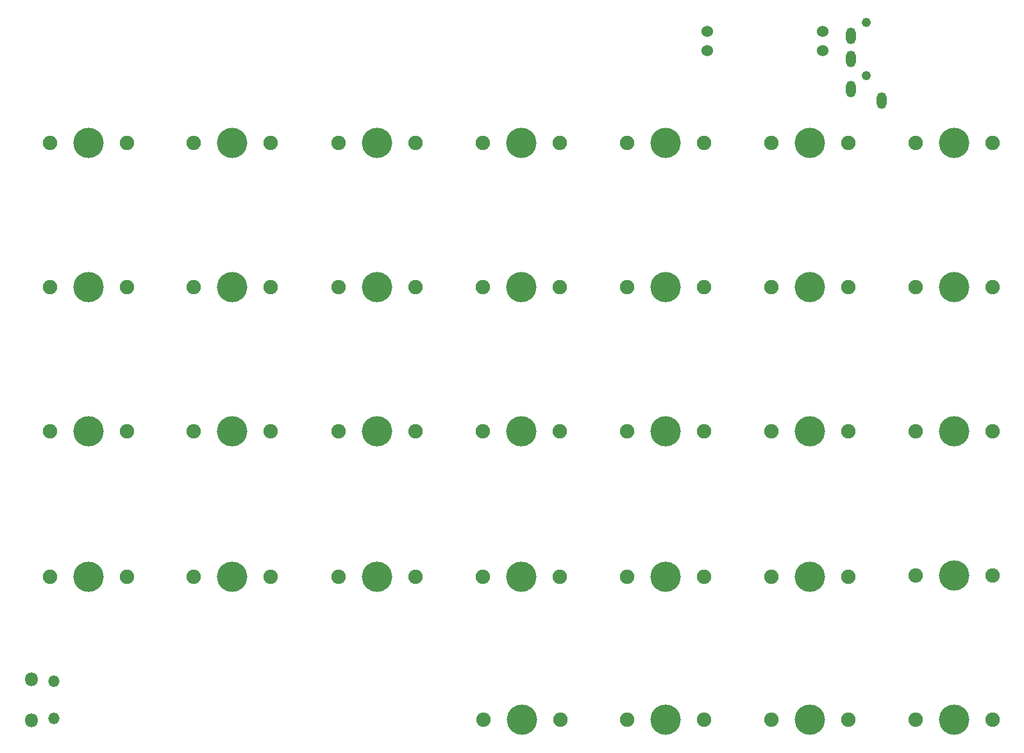
<source format=gbr>
%TF.GenerationSoftware,KiCad,Pcbnew,(7.0.0-0)*%
%TF.CreationDate,2023-03-19T23:48:32+09:00*%
%TF.ProjectId,11111_pcb,31313131-315f-4706-9362-2e6b69636164,rev?*%
%TF.SameCoordinates,Original*%
%TF.FileFunction,Soldermask,Top*%
%TF.FilePolarity,Negative*%
%FSLAX46Y46*%
G04 Gerber Fmt 4.6, Leading zero omitted, Abs format (unit mm)*
G04 Created by KiCad (PCBNEW (7.0.0-0)) date 2023-03-19 23:48:32*
%MOMM*%
%LPD*%
G01*
G04 APERTURE LIST*
%ADD10C,1.900000*%
%ADD11C,4.000000*%
%ADD12C,1.210000*%
%ADD13O,1.300000X2.200000*%
%ADD14C,1.524000*%
%ADD15O,1.800000X1.800000*%
%ADD16O,1.500000X1.500000*%
G04 APERTURE END LIST*
D10*
%TO.C,SW46*%
X90805000Y-95310000D03*
D11*
X95885000Y-95310000D03*
D10*
X100965000Y-95310000D03*
%TD*%
D12*
%TO.C,J1*%
X141440000Y-22100000D03*
X141440000Y-29100000D03*
D13*
X143439999Y-32399999D03*
X139439999Y-23899999D03*
X139439999Y-26899999D03*
X139439999Y-30899999D03*
%TD*%
D14*
%TO.C,REF\u002A\u002A*%
X120480000Y-23260000D03*
X120480000Y-25800000D03*
X135720000Y-23260000D03*
X135720000Y-25800000D03*
%TD*%
D10*
%TO.C,SW34*%
X128905000Y-76140000D03*
D11*
X133985000Y-76140000D03*
D10*
X139065000Y-76140000D03*
%TD*%
%TO.C,SW15*%
X33655000Y-57090000D03*
D11*
X38735000Y-57090000D03*
D10*
X43815000Y-57090000D03*
%TD*%
%TO.C,SW45*%
X71755000Y-95310000D03*
D11*
X76835000Y-95310000D03*
D10*
X81915000Y-95310000D03*
%TD*%
%TO.C,SW57*%
X90865000Y-114240000D03*
D11*
X95945000Y-114240000D03*
D10*
X101025000Y-114240000D03*
%TD*%
%TO.C,SW1*%
X33655000Y-38040000D03*
D11*
X38735000Y-38040000D03*
D10*
X43815000Y-38040000D03*
%TD*%
%TO.C,SW58*%
X109855000Y-114240000D03*
D11*
X114935000Y-114240000D03*
D10*
X120015000Y-114240000D03*
%TD*%
%TO.C,SW16*%
X52635000Y-57090000D03*
D11*
X57715000Y-57090000D03*
D10*
X62795000Y-57090000D03*
%TD*%
%TO.C,SW19*%
X109855000Y-57090000D03*
D11*
X114935000Y-57090000D03*
D10*
X120015000Y-57090000D03*
%TD*%
%TO.C,SW43*%
X33655000Y-95310000D03*
D11*
X38735000Y-95310000D03*
D10*
X43815000Y-95310000D03*
%TD*%
%TO.C,SW47*%
X109855000Y-95310000D03*
D11*
X114935000Y-95310000D03*
D10*
X120015000Y-95310000D03*
%TD*%
%TO.C,SW35*%
X147955000Y-76140000D03*
D11*
X153035000Y-76140000D03*
D10*
X158115000Y-76140000D03*
%TD*%
%TO.C,SW30*%
X52635000Y-76140000D03*
D11*
X57715000Y-76140000D03*
D10*
X62795000Y-76140000D03*
%TD*%
%TO.C,SW33*%
X109855000Y-76140000D03*
D11*
X114935000Y-76140000D03*
D10*
X120015000Y-76140000D03*
%TD*%
%TO.C,SW6*%
X128905000Y-38040000D03*
D11*
X133985000Y-38040000D03*
D10*
X139065000Y-38040000D03*
%TD*%
%TO.C,SW44*%
X52635000Y-95310000D03*
D11*
X57715000Y-95310000D03*
D10*
X62795000Y-95310000D03*
%TD*%
%TO.C,SW49*%
X147955000Y-95190000D03*
D11*
X153035000Y-95190000D03*
D10*
X158115000Y-95190000D03*
%TD*%
%TO.C,SW21*%
X147955000Y-57090000D03*
D11*
X153035000Y-57090000D03*
D10*
X158115000Y-57090000D03*
%TD*%
%TO.C,SW29*%
X33655000Y-76140000D03*
D11*
X38735000Y-76140000D03*
D10*
X43815000Y-76140000D03*
%TD*%
%TO.C,SW4*%
X90805000Y-38040000D03*
D11*
X95885000Y-38040000D03*
D10*
X100965000Y-38040000D03*
%TD*%
%TO.C,SW59*%
X128905000Y-114240000D03*
D11*
X133985000Y-114240000D03*
D10*
X139065000Y-114240000D03*
%TD*%
%TO.C,SW20*%
X128905000Y-57090000D03*
D11*
X133985000Y-57090000D03*
D10*
X139065000Y-57090000D03*
%TD*%
%TO.C,SW32*%
X90805000Y-76140000D03*
D11*
X95885000Y-76140000D03*
D10*
X100965000Y-76140000D03*
%TD*%
%TO.C,SW2*%
X52635000Y-38040000D03*
D11*
X57715000Y-38040000D03*
D10*
X62795000Y-38040000D03*
%TD*%
%TO.C,SW3*%
X71755000Y-38040000D03*
D11*
X76835000Y-38040000D03*
D10*
X81915000Y-38040000D03*
%TD*%
%TO.C,SW7*%
X147955000Y-38040000D03*
D11*
X153035000Y-38040000D03*
D10*
X158115000Y-38040000D03*
%TD*%
%TO.C,SW17*%
X71755000Y-57090000D03*
D11*
X76835000Y-57090000D03*
D10*
X81915000Y-57090000D03*
%TD*%
%TO.C,SW48*%
X128905000Y-95310000D03*
D11*
X133985000Y-95310000D03*
D10*
X139065000Y-95310000D03*
%TD*%
%TO.C,SW60*%
X147955000Y-114240000D03*
D11*
X153035000Y-114240000D03*
D10*
X158115000Y-114240000D03*
%TD*%
%TO.C,SW18*%
X90805000Y-57090000D03*
D11*
X95885000Y-57090000D03*
D10*
X100965000Y-57090000D03*
%TD*%
%TO.C,SW31*%
X71755000Y-76140000D03*
D11*
X76835000Y-76140000D03*
D10*
X81915000Y-76140000D03*
%TD*%
%TO.C,SW5*%
X109855000Y-38040000D03*
D11*
X114935000Y-38040000D03*
D10*
X120015000Y-38040000D03*
%TD*%
D15*
%TO.C,U1*%
X31179999Y-108849999D03*
D16*
X34209999Y-109149999D03*
X34209999Y-113999999D03*
D15*
X31179999Y-114299999D03*
%TD*%
M02*

</source>
